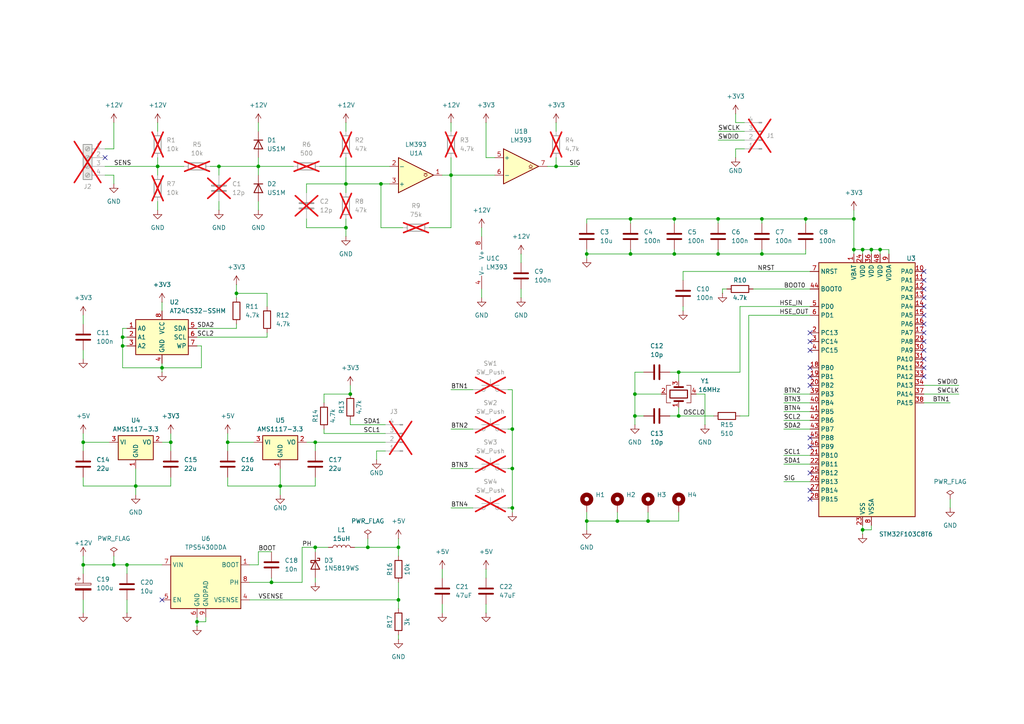
<source format=kicad_sch>
(kicad_sch (version 20231120) (generator "eeschema") (generator_version "8.0")
  (paper "A4")
  (junction (at 196.85 120.65))
  (junction (at 115.57 173.99))
  (junction (at 247.65 72.39))
  (junction (at 233.68 63.5))
  (junction (at 130.81 50.8))
  (junction (at 208.28 63.5))
  (junction (at 250.19 72.39))
  (junction (at 35.56 97.79))
  (junction (at 68.58 85.09))
  (junction (at 208.28 73.66))
  (junction (at 45.72 48.26))
  (junction (at 184.15 114.3))
  (junction (at 247.65 63.5))
  (junction (at 57.15 180.34))
  (junction (at 74.93 48.26))
  (junction (at 161.29 48.26))
  (junction (at 100.33 53.34))
  (junction (at 250.19 153.67))
  (junction (at 78.74 168.91))
  (junction (at 196.85 107.95))
  (junction (at 91.44 128.27))
  (junction (at 255.27 72.39))
  (junction (at 170.18 73.66))
  (junction (at 115.57 158.75))
  (junction (at 187.96 151.13))
  (junction (at 101.6 114.3))
  (junction (at 81.28 140.97))
  (junction (at 100.33 66.04))
  (junction (at 182.88 73.66))
  (junction (at 63.5 48.26))
  (junction (at 220.98 63.5))
  (junction (at 39.37 140.97))
  (junction (at 179.07 151.13))
  (junction (at 148.59 135.89))
  (junction (at 182.88 63.5))
  (junction (at 148.59 147.32))
  (junction (at 33.02 163.83))
  (junction (at 252.73 72.39))
  (junction (at 195.58 73.66))
  (junction (at 46.99 106.68))
  (junction (at 184.15 120.65))
  (junction (at 49.53 128.27))
  (junction (at 91.44 158.75))
  (junction (at 106.68 158.75))
  (junction (at 36.83 163.83))
  (junction (at 220.98 73.66))
  (junction (at 110.49 53.34))
  (junction (at 66.04 128.27))
  (junction (at 35.56 100.33))
  (junction (at 148.59 124.46))
  (junction (at 170.18 151.13))
  (junction (at 195.58 63.5))
  (junction (at 24.13 128.27))
  (junction (at 24.13 163.83))
  (no_connect (at 267.97 81.28))
  (no_connect (at 234.95 99.06))
  (no_connect (at 267.97 83.82))
  (no_connect (at 267.97 104.14))
  (no_connect (at 234.95 142.24))
  (no_connect (at 234.95 144.78))
  (no_connect (at 267.97 99.06))
  (no_connect (at 234.95 111.76))
  (no_connect (at 30.48 45.72))
  (no_connect (at 234.95 109.22))
  (no_connect (at 267.97 101.6))
  (no_connect (at 46.99 173.99))
  (no_connect (at 267.97 86.36))
  (no_connect (at 267.97 106.68))
  (no_connect (at 234.95 129.54))
  (no_connect (at 267.97 78.74))
  (no_connect (at 267.97 109.22))
  (no_connect (at 234.95 137.16))
  (no_connect (at 267.97 91.44))
  (no_connect (at 234.95 101.6))
  (no_connect (at 267.97 96.52))
  (no_connect (at 234.95 106.68))
  (no_connect (at 267.97 88.9))
  (no_connect (at 234.95 96.52))
  (no_connect (at 267.97 93.98))
  (no_connect (at 234.95 127))
  (wire (pts (xy 170.18 151.13) (xy 170.18 153.67)))
  (wire (pts (xy 33.02 50.8) (xy 30.48 50.8)))
  (wire (pts (xy 267.97 116.84) (xy 275.59 116.84)))
  (wire (pts (xy 213.36 45.72) (xy 213.36 43.18)))
  (wire (pts (xy 220.98 73.66) (xy 233.68 73.66)))
  (wire (pts (xy 179.07 151.13) (xy 187.96 151.13)))
  (wire (pts (xy 151.13 83.82) (xy 151.13 86.36)))
  (wire (pts (xy 217.17 91.44) (xy 217.17 120.65)))
  (wire (pts (xy 218.44 83.82) (xy 234.95 83.82)))
  (wire (pts (xy 35.56 97.79) (xy 35.56 100.33)))
  (wire (pts (xy 195.58 64.77) (xy 195.58 63.5)))
  (wire (pts (xy 140.97 175.26) (xy 140.97 177.8)))
  (wire (pts (xy 182.88 73.66) (xy 182.88 72.39)))
  (wire (pts (xy 208.28 40.64) (xy 215.9 40.64)))
  (wire (pts (xy 100.33 53.34) (xy 100.33 55.88)))
  (wire (pts (xy 91.44 158.75) (xy 95.25 158.75)))
  (wire (pts (xy 109.22 130.81) (xy 111.76 130.81)))
  (wire (pts (xy 87.63 168.91) (xy 87.63 158.75)))
  (wire (pts (xy 187.96 151.13) (xy 187.96 148.59)))
  (wire (pts (xy 57.15 180.34) (xy 59.69 180.34)))
  (wire (pts (xy 213.36 33.02) (xy 213.36 35.56)))
  (wire (pts (xy 148.59 113.03) (xy 147.32 113.03)))
  (wire (pts (xy 250.19 153.67) (xy 250.19 154.94)))
  (wire (pts (xy 74.93 160.02) (xy 78.74 160.02)))
  (wire (pts (xy 187.96 151.13) (xy 196.85 151.13)))
  (wire (pts (xy 227.33 132.08) (xy 234.95 132.08)))
  (wire (pts (xy 93.98 114.3) (xy 101.6 114.3)))
  (wire (pts (xy 106.68 156.21) (xy 106.68 158.75)))
  (wire (pts (xy 130.81 66.04) (xy 130.81 50.8)))
  (wire (pts (xy 111.76 123.19) (xy 101.6 123.19)))
  (wire (pts (xy 208.28 63.5) (xy 220.98 63.5)))
  (wire (pts (xy 77.47 97.79) (xy 57.15 97.79)))
  (wire (pts (xy 24.13 128.27) (xy 31.75 128.27)))
  (wire (pts (xy 247.65 72.39) (xy 250.19 72.39)))
  (wire (pts (xy 45.72 48.26) (xy 45.72 50.8)))
  (wire (pts (xy 39.37 140.97) (xy 24.13 140.97)))
  (wire (pts (xy 148.59 124.46) (xy 147.32 124.46)))
  (wire (pts (xy 49.53 130.81) (xy 49.53 128.27)))
  (wire (pts (xy 214.63 120.65) (xy 217.17 120.65)))
  (wire (pts (xy 35.56 100.33) (xy 35.56 106.68)))
  (wire (pts (xy 35.56 97.79) (xy 36.83 97.79)))
  (wire (pts (xy 81.28 140.97) (xy 81.28 143.51)))
  (wire (pts (xy 196.85 110.49) (xy 196.85 107.95)))
  (wire (pts (xy 87.63 158.75) (xy 91.44 158.75)))
  (wire (pts (xy 161.29 48.26) (xy 158.75 48.26)))
  (wire (pts (xy 101.6 123.19) (xy 101.6 121.92)))
  (wire (pts (xy 49.53 140.97) (xy 39.37 140.97)))
  (wire (pts (xy 233.68 63.5) (xy 247.65 63.5)))
  (wire (pts (xy 100.33 63.5) (xy 100.33 66.04)))
  (wire (pts (xy 68.58 82.55) (xy 68.58 85.09)))
  (wire (pts (xy 49.53 128.27) (xy 46.99 128.27)))
  (wire (pts (xy 77.47 85.09) (xy 68.58 85.09)))
  (wire (pts (xy 66.04 130.81) (xy 66.04 128.27)))
  (wire (pts (xy 45.72 35.56) (xy 45.72 38.1)))
  (wire (pts (xy 92.71 48.26) (xy 113.03 48.26)))
  (wire (pts (xy 227.33 134.62) (xy 234.95 134.62)))
  (wire (pts (xy 24.13 125.73) (xy 24.13 128.27)))
  (wire (pts (xy 74.93 35.56) (xy 74.93 38.1)))
  (wire (pts (xy 30.48 48.26) (xy 45.72 48.26)))
  (wire (pts (xy 24.13 91.44) (xy 24.13 93.98)))
  (wire (pts (xy 198.12 78.74) (xy 234.95 78.74)))
  (wire (pts (xy 57.15 100.33) (xy 58.42 100.33)))
  (wire (pts (xy 46.99 87.63) (xy 46.99 90.17)))
  (wire (pts (xy 35.56 95.25) (xy 35.56 97.79)))
  (wire (pts (xy 91.44 160.02) (xy 91.44 158.75)))
  (wire (pts (xy 115.57 173.99) (xy 115.57 168.91)))
  (wire (pts (xy 68.58 95.25) (xy 57.15 95.25)))
  (wire (pts (xy 45.72 48.26) (xy 53.34 48.26)))
  (wire (pts (xy 33.02 163.83) (xy 36.83 163.83)))
  (wire (pts (xy 195.58 63.5) (xy 208.28 63.5)))
  (wire (pts (xy 58.42 106.68) (xy 46.99 106.68)))
  (wire (pts (xy 170.18 72.39) (xy 170.18 73.66)))
  (wire (pts (xy 68.58 93.98) (xy 68.58 95.25)))
  (wire (pts (xy 74.93 45.72) (xy 74.93 48.26)))
  (wire (pts (xy 247.65 60.96) (xy 247.65 63.5)))
  (wire (pts (xy 252.73 72.39) (xy 252.73 73.66)))
  (wire (pts (xy 72.39 173.99) (xy 115.57 173.99)))
  (wire (pts (xy 36.83 173.99) (xy 36.83 177.8)))
  (wire (pts (xy 91.44 167.64) (xy 91.44 168.91)))
  (wire (pts (xy 214.63 88.9) (xy 234.95 88.9)))
  (wire (pts (xy 182.88 63.5) (xy 195.58 63.5)))
  (wire (pts (xy 115.57 184.15) (xy 115.57 185.42)))
  (wire (pts (xy 124.46 66.04) (xy 130.81 66.04)))
  (wire (pts (xy 227.33 124.46) (xy 234.95 124.46)))
  (wire (pts (xy 88.9 66.04) (xy 88.9 63.5)))
  (wire (pts (xy 227.33 139.7) (xy 234.95 139.7)))
  (wire (pts (xy 148.59 135.89) (xy 148.59 147.32)))
  (wire (pts (xy 140.97 165.1) (xy 140.97 167.64)))
  (wire (pts (xy 109.22 130.81) (xy 109.22 133.35)))
  (wire (pts (xy 170.18 148.59) (xy 170.18 151.13)))
  (wire (pts (xy 182.88 64.77) (xy 182.88 63.5)))
  (wire (pts (xy 233.68 73.66) (xy 233.68 72.39)))
  (wire (pts (xy 196.85 107.95) (xy 194.31 107.95)))
  (wire (pts (xy 196.85 120.65) (xy 207.01 120.65)))
  (wire (pts (xy 59.69 180.34) (xy 59.69 179.07)))
  (wire (pts (xy 247.65 63.5) (xy 247.65 72.39)))
  (wire (pts (xy 208.28 72.39) (xy 208.28 73.66)))
  (wire (pts (xy 88.9 66.04) (xy 100.33 66.04)))
  (wire (pts (xy 66.04 140.97) (xy 81.28 140.97)))
  (wire (pts (xy 49.53 125.73) (xy 49.53 128.27)))
  (wire (pts (xy 106.68 158.75) (xy 115.57 158.75)))
  (wire (pts (xy 24.13 130.81) (xy 24.13 128.27)))
  (wire (pts (xy 179.07 151.13) (xy 179.07 148.59)))
  (wire (pts (xy 91.44 128.27) (xy 111.76 128.27)))
  (wire (pts (xy 78.74 168.91) (xy 78.74 167.64)))
  (wire (pts (xy 182.88 73.66) (xy 195.58 73.66)))
  (wire (pts (xy 24.13 161.29) (xy 24.13 163.83)))
  (wire (pts (xy 151.13 73.66) (xy 151.13 76.2)))
  (wire (pts (xy 101.6 111.76) (xy 101.6 114.3)))
  (wire (pts (xy 227.33 114.3) (xy 234.95 114.3)))
  (wire (pts (xy 128.27 175.26) (xy 128.27 177.8)))
  (wire (pts (xy 93.98 124.46) (xy 93.98 125.73)))
  (wire (pts (xy 250.19 72.39) (xy 252.73 72.39)))
  (wire (pts (xy 66.04 138.43) (xy 66.04 140.97)))
  (wire (pts (xy 128.27 165.1) (xy 128.27 167.64)))
  (wire (pts (xy 217.17 91.44) (xy 234.95 91.44)))
  (wire (pts (xy 68.58 85.09) (xy 68.58 86.36)))
  (wire (pts (xy 198.12 88.9) (xy 198.12 90.17)))
  (wire (pts (xy 93.98 116.84) (xy 93.98 114.3)))
  (wire (pts (xy 81.28 135.89) (xy 81.28 140.97)))
  (wire (pts (xy 36.83 163.83) (xy 46.99 163.83)))
  (wire (pts (xy 198.12 81.28) (xy 198.12 78.74)))
  (wire (pts (xy 209.55 83.82) (xy 209.55 85.09)))
  (wire (pts (xy 128.27 50.8) (xy 130.81 50.8)))
  (wire (pts (xy 267.97 114.3) (xy 278.13 114.3)))
  (wire (pts (xy 72.39 168.91) (xy 78.74 168.91)))
  (wire (pts (xy 63.5 58.42) (xy 63.5 60.96)))
  (wire (pts (xy 139.7 83.82) (xy 139.7 86.36)))
  (wire (pts (xy 161.29 48.26) (xy 167.64 48.26)))
  (wire (pts (xy 57.15 180.34) (xy 57.15 181.61)))
  (wire (pts (xy 100.33 66.04) (xy 100.33 68.58)))
  (wire (pts (xy 220.98 63.5) (xy 233.68 63.5)))
  (wire (pts (xy 24.13 173.99) (xy 24.13 177.8)))
  (wire (pts (xy 130.81 50.8) (xy 143.51 50.8)))
  (wire (pts (xy 130.81 135.89) (xy 137.16 135.89)))
  (wire (pts (xy 233.68 64.77) (xy 233.68 63.5)))
  (wire (pts (xy 196.85 120.65) (xy 194.31 120.65)))
  (wire (pts (xy 74.93 58.42) (xy 74.93 60.96)))
  (wire (pts (xy 33.02 43.18) (xy 30.48 43.18)))
  (wire (pts (xy 250.19 72.39) (xy 250.19 73.66)))
  (wire (pts (xy 35.56 100.33) (xy 36.83 100.33)))
  (wire (pts (xy 196.85 151.13) (xy 196.85 148.59)))
  (wire (pts (xy 72.39 163.83) (xy 74.93 163.83)))
  (wire (pts (xy 148.59 124.46) (xy 148.59 135.89)))
  (wire (pts (xy 88.9 53.34) (xy 100.33 53.34)))
  (wire (pts (xy 140.97 45.72) (xy 143.51 45.72)))
  (wire (pts (xy 113.03 53.34) (xy 110.49 53.34)))
  (wire (pts (xy 220.98 64.77) (xy 220.98 63.5)))
  (wire (pts (xy 36.83 95.25) (xy 35.56 95.25)))
  (wire (pts (xy 39.37 135.89) (xy 39.37 140.97)))
  (wire (pts (xy 170.18 74.93) (xy 170.18 73.66)))
  (wire (pts (xy 184.15 114.3) (xy 184.15 107.95)))
  (wire (pts (xy 45.72 58.42) (xy 45.72 60.96)))
  (wire (pts (xy 255.27 72.39) (xy 255.27 73.66)))
  (wire (pts (xy 250.19 153.67) (xy 252.73 153.67)))
  (wire (pts (xy 170.18 151.13) (xy 179.07 151.13)))
  (wire (pts (xy 115.57 156.21) (xy 115.57 158.75)))
  (wire (pts (xy 170.18 64.77) (xy 170.18 63.5)))
  (wire (pts (xy 77.47 96.52) (xy 77.47 97.79)))
  (wire (pts (xy 252.73 153.67) (xy 252.73 152.4)))
  (wire (pts (xy 275.59 144.78) (xy 275.59 147.32)))
  (wire (pts (xy 35.56 106.68) (xy 46.99 106.68)))
  (wire (pts (xy 184.15 107.95) (xy 186.69 107.95)))
  (wire (pts (xy 74.93 163.83) (xy 74.93 160.02)))
  (wire (pts (xy 74.93 48.26) (xy 85.09 48.26)))
  (wire (pts (xy 213.36 43.18) (xy 215.9 43.18)))
  (wire (pts (xy 100.33 35.56) (xy 100.33 38.1)))
  (wire (pts (xy 91.44 128.27) (xy 91.44 130.81)))
  (wire (pts (xy 66.04 128.27) (xy 73.66 128.27)))
  (wire (pts (xy 148.59 135.89) (xy 147.32 135.89)))
  (wire (pts (xy 33.02 161.29) (xy 33.02 163.83)))
  (wire (pts (xy 170.18 73.66) (xy 182.88 73.66)))
  (wire (pts (xy 250.19 153.67) (xy 250.19 152.4)))
  (wire (pts (xy 130.81 147.32) (xy 137.16 147.32)))
  (wire (pts (xy 140.97 35.56) (xy 140.97 45.72)))
  (wire (pts (xy 102.87 158.75) (xy 106.68 158.75)))
  (wire (pts (xy 39.37 140.97) (xy 39.37 143.51)))
  (wire (pts (xy 88.9 55.88) (xy 88.9 53.34)))
  (wire (pts (xy 184.15 123.19) (xy 184.15 120.65)))
  (wire (pts (xy 115.57 158.75) (xy 115.57 161.29)))
  (wire (pts (xy 91.44 140.97) (xy 81.28 140.97)))
  (wire (pts (xy 208.28 38.1) (xy 215.9 38.1)))
  (wire (pts (xy 130.81 113.03) (xy 137.16 113.03)))
  (wire (pts (xy 130.81 35.56) (xy 130.81 38.1)))
  (wire (pts (xy 161.29 35.56) (xy 161.29 38.1)))
  (wire (pts (xy 214.63 107.95) (xy 214.63 88.9)))
  (wire (pts (xy 213.36 35.56) (xy 215.9 35.56)))
  (wire (pts (xy 170.18 63.5) (xy 182.88 63.5)))
  (wire (pts (xy 196.85 107.95) (xy 214.63 107.95)))
  (wire (pts (xy 257.81 72.39) (xy 257.81 73.66)))
  (wire (pts (xy 49.53 138.43) (xy 49.53 140.97)))
  (wire (pts (xy 66.04 125.73) (xy 66.04 128.27)))
  (wire (pts (xy 115.57 173.99) (xy 115.57 176.53)))
  (wire (pts (xy 184.15 120.65) (xy 184.15 114.3)))
  (wire (pts (xy 255.27 72.39) (xy 257.81 72.39)))
  (wire (pts (xy 130.81 124.46) (xy 137.16 124.46)))
  (wire (pts (xy 46.99 106.68) (xy 46.99 107.95)))
  (wire (pts (xy 161.29 45.72) (xy 161.29 48.26)))
  (wire (pts (xy 195.58 73.66) (xy 208.28 73.66)))
  (wire (pts (xy 63.5 48.26) (xy 74.93 48.26)))
  (wire (pts (xy 204.47 114.3) (xy 204.47 123.19)))
  (wire (pts (xy 78.74 168.91) (xy 87.63 168.91)))
  (wire (pts (xy 46.99 105.41) (xy 46.99 106.68)))
  (wire (pts (xy 100.33 53.34) (xy 100.33 45.72)))
  (wire (pts (xy 208.28 73.66) (xy 220.98 73.66)))
  (wire (pts (xy 148.59 147.32) (xy 147.32 147.32)))
  (wire (pts (xy 227.33 121.92) (xy 234.95 121.92)))
  (wire (pts (xy 210.82 83.82) (xy 209.55 83.82)))
  (wire (pts (xy 45.72 45.72) (xy 45.72 48.26)))
  (wire (pts (xy 24.13 101.6) (xy 24.13 104.14)))
  (wire (pts (xy 247.65 72.39) (xy 247.65 73.66)))
  (wire (pts (xy 208.28 64.77) (xy 208.28 63.5)))
  (wire (pts (xy 139.7 66.04) (xy 139.7 68.58)))
  (wire (pts (xy 36.83 163.83) (xy 36.83 166.37)))
  (wire (pts (xy 91.44 138.43) (xy 91.44 140.97)))
  (wire (pts (xy 110.49 66.04) (xy 116.84 66.04)))
  (wire (pts (xy 227.33 119.38) (xy 234.95 119.38)))
  (wire (pts (xy 58.42 100.33) (xy 58.42 106.68)))
  (wire (pts (xy 130.81 50.8) (xy 130.81 45.72)))
  (wire (pts (xy 24.13 163.83) (xy 33.02 163.83)))
  (wire (pts (xy 77.47 88.9) (xy 77.47 85.09)))
  (wire (pts (xy 227.33 116.84) (xy 234.95 116.84)))
  (wire (pts (xy 195.58 72.39) (xy 195.58 73.66)))
  (wire (pts (xy 33.02 53.34) (xy 33.02 50.8)))
  (wire (pts (xy 110.49 53.34) (xy 110.49 66.04)))
  (wire (pts (xy 220.98 72.39) (xy 220.98 73.66)))
  (wire (pts (xy 204.47 114.3) (xy 201.93 114.3)))
  (wire (pts (xy 267.97 111.76) (xy 278.13 111.76)))
  (wire (pts (xy 184.15 120.65) (xy 186.69 120.65)))
  (wire (pts (xy 63.5 48.26) (xy 63.5 50.8)))
  (wire (pts (xy 88.9 128.27) (xy 91.44 128.27)))
  (wire (pts (xy 148.59 147.32) (xy 148.59 148.59)))
  (wire (pts (xy 148.59 113.03) (xy 148.59 124.46)))
  (wire (pts (xy 60.96 48.26) (xy 63.5 48.26)))
  (wire (pts (xy 252.73 72.39) (xy 255.27 72.39)))
  (wire (pts (xy 184.15 114.3) (xy 191.77 114.3)))
  (wire (pts (xy 100.33 53.34) (xy 110.49 53.34)))
  (wire (pts (xy 24.13 163.83) (xy 24.13 166.37)))
  (wire (pts (xy 74.93 48.26) (xy 74.93 50.8)))
  (wire (pts (xy 196.85 118.11) (xy 196.85 120.65)))
  (wire (pts (xy 33.02 35.56) (xy 33.02 43.18)))
  (wire (pts (xy 93.98 125.73) (xy 111.76 125.73)))
  (wire (pts (xy 57.15 179.07) (xy 57.15 180.34)))
  (wire (pts (xy 24.13 140.97) (xy 24.13 138.43)))
  (label "SIG" (at 165.1 48.26 0))
  (label "BTN2" (at 130.81 124.46 0))
  (label "BOOT0" (at 227.33 83.82 0))
  (label "SENS" (at 33.02 48.26 0))
  (label "SWDIO" (at 271.78 111.76 0))
  (label "SDA2" (at 227.33 124.46 0))
  (label "PH" (at 87.63 158.75 0))
  (label "HSE_OUT" (at 226.06 91.44 0))
  (label "SCL1" (at 227.33 132.08 0))
  (label "SDA1" (at 227.33 134.62 0))
  (label "BTN3" (at 227.33 116.84 0))
  (label "BOOT" (at 74.93 160.02 0))
  (label "SCL1" (at 105.41 125.73 0))
  (label "OSCLO" (at 198.12 120.65 0))
  (label "HSE_IN" (at 226.06 88.9 0))
  (label "SWCLK" (at 271.78 114.3 0))
  (label "BTN3" (at 130.81 135.89 0))
  (label "BTN4" (at 227.33 119.38 0))
  (label "NRST" (at 219.71 78.74 0))
  (label "SIG" (at 227.33 139.7 0))
  (label "BTN1" (at 130.81 113.03 0))
  (label "SDA1" (at 105.41 123.19 0))
  (label "VSENSE" (at 74.93 173.99 0))
  (label "SCL2" (at 227.33 121.92 0))
  (label "BTN1" (at 270.51 116.84 0))
  (label "SWDIO" (at 208.28 40.64 0))
  (label "SCL2" (at 57.15 97.79 0))
  (label "SDA2" (at 57.15 95.25 0))
  (label "SWCLK" (at 208.28 38.1 0))
  (label "BTN4" (at 130.81 147.32 0))
  (label "BTN2" (at 227.33 114.3 0))
  (symbol (lib_id "power:+5V") (at 66.04 125.73 0) (unit 1)
    (property "Reference" "#PWR033" (effects (hide yes)))
    (property "Value" "+5V" (at 66.04 120.65 0))
    (property "Description" "Power symbol creates a global label with name \"+5V\"" (effects (hide yes)))
  )
  (symbol (lib_id "power:+5V") (at 128.27 165.1 0) (unit 1)
    (property "Reference" "#PWR042" (effects (hide yes)))
    (property "Value" "+5V" (at 128.27 160.02 0))
    (property "Description" "Power symbol creates a global label with name \"+5V\"" (effects (hide yes)))
  )
  (symbol (lib_id "power:PWR_FLAG") (at 106.68 156.21 0) (unit 1)
    (property "Reference" "#FLG02" (effects (hide yes)))
    (property "Value" "PWR_FLAG" (at 106.68 151.13 0))
    (property "Description" "Special symbol for telling ERC where power comes from" (effects (hide yes)))
  )
  (symbol (lib_id "power:+12V") (at 151.13 73.66 0) (unit 1)
    (property "Reference" "#PWR017" (effects (hide yes)))
    (property "Value" "+12V" (at 151.13 68.58 0))
    (property "Description" "Power symbol creates a global label with name \"+12V\"" (effects (hide yes)))
  )
  (symbol (lib_id "Device:R") (at 214.63 83.82 90) (unit 1)
    (property "Reference" "R10" (at 214.63 81.28 90))
    (property "Value" "4.7k" (at 214.63 86.36 90))
    (property "Footprint" "Resistor_SMD:R_0402_1005Metric" (effects (hide yes)))
    (property "LCSC" "C25900" (effects (hide yes)))
  )
  (symbol (lib_name "GND_3") (lib_id "power:GND") (at 74.93 60.96 0) (unit 1)
    (property "Reference" "#PWR013" (effects (hide yes)))
    (property "Value" "GND" (at 74.93 66.04 0))
    (property "Description" "Power symbol creates a global label with name \"GND\" , ground" (effects (hide yes)))
  )
  (symbol (lib_id "Device:R") (at 88.9 48.26 90) (unit 1) (dnp yes)
    (property "Reference" "R6" (at 88.9 41.91 90))
    (property "Value" "500" (at 88.9 44.45 90))
    (property "Footprint" "Resistor_THT:R_Axial_DIN0207_L6.3mm_D2.5mm_P10.16mm_Horizontal" (effects (hide yes)))
    (property "LCSC" "C17902" (effects (hide yes)))
  )
  (symbol (lib_name "GND_21") (lib_id "power:GND") (at 36.83 177.8 0) (unit 1)
    (property "Reference" "#PWR046" (effects (hide yes)))
    (property "Value" "GND" (effects (hide yes)))
    (property "Description" "Power symbol creates a global label with name \"GND\" , ground" (effects (hide yes)))
  )
  (symbol (lib_id "Device:R") (at 161.29 41.91 0) (unit 1) (dnp yes)
    (property "Reference" "R4" (at 163.83 40.64 0) (effects (justify left)))
    (property "Value" "4.7k" (at 163.83 43.18 0) (effects (justify left)))
    (property "Footprint" "Resistor_THT:R_Axial_DIN0207_L6.3mm_D2.5mm_P10.16mm_Horizontal" (effects (hide yes)))
  )
  (symbol (lib_name "GND_20") (lib_id "power:GND") (at 170.18 74.93 0) (unit 1)
    (property "Reference" "#PWR018" (effects (hide yes)))
    (property "Value" "GND" (effects (hide yes)))
    (property "Description" "Power symbol creates a global label with name \"GND\" , ground" (effects (hide yes)))
  )
  (symbol (lib_id "Mechanical:MountingHole_Pad") (at 179.07 146.05 0) (unit 1) (exclude_from_sim yes) (in_bom no)
    (property "Reference" "H2" (at 181.61 143.5099 0) (effects (justify left)))
    (property "Value" "MountingHole_Pad" (effects (hide yes)))
    (property "Footprint" "MountingHole:MountingHole_3.2mm_M3_DIN965_Pad" (effects (hide yes)))
    (property "Description" "Mounting Hole with connection" (effects (hide yes)))
  )
  (symbol (lib_id "Device:C") (at 36.83 170.18 0) (unit 1)
    (property "Reference" "C20" (at 40.64 168.91 0) (effects (justify left)))
    (property "Value" "10u" (at 40.64 171.45 0) (effects (justify left)))
    (property "Footprint" "Capacitor_SMD:C_0805_2012Metric" (effects (hide yes)))
  )
  (symbol (lib_id "Device:C") (at 220.98 68.58 0) (unit 1)
    (property "Reference" "C7" (at 224.79 67.31 0) (effects (justify left)))
    (property "Value" "100n" (at 224.79 69.85 0) (effects (justify left)))
    (property "Footprint" "Capacitor_SMD:C_0402_1005Metric" (effects (hide yes)))
  )
  (symbol (lib_name "GND_29") (lib_id "power:GND") (at 148.59 148.59 0) (unit 1)
    (property "Reference" "#PWR038" (effects (hide yes)))
    (property "Value" "GND" (effects (hide yes)))
    (property "Description" "Power symbol creates a global label with name \"GND\" , ground" (effects (hide yes)))
  )
  (symbol (lib_id "Connector:Conn_01x04_Pin") (at 116.84 128.27 180) (unit 1) (dnp yes)
    (property "Reference" "J3" (at 113.03 119.38 0) (effects (justify right)))
    (property "Value" "Conn_01x04_Pin" (effects (hide yes)))
    (property "Footprint" "Connector_PinHeader_2.54mm:PinHeader_1x04_P2.54mm_Vertical" (effects (hide yes)))
  )
  (symbol (lib_id "power:+5V") (at 115.57 156.21 0) (unit 1)
    (property "Reference" "#PWR040" (effects (hide yes)))
    (property "Value" "+5V" (at 115.57 151.13 0))
    (property "Description" "Power symbol creates a global label with name \"+5V\"" (effects (hide yes)))
  )
  (symbol (lib_id "Switch:SW_Push") (at 142.24 135.89 0) (unit 1) (dnp yes)
    (property "Reference" "SW3" (at 142.24 128.27 0))
    (property "Value" "SW_Push" (at 142.24 130.81 0))
    (property "Footprint" "Button_Switch_THT:SW_PUSH_6mm" (effects (hide yes)))
  )
  (symbol (lib_id "Comparator:LM393") (at 151.13 48.26 0) (unit 2)
    (property "Reference" "U1" (at 151.13 38.1 0))
    (property "Value" "LM393" (at 151.13 40.64 0))
    (property "Footprint" "Package_SO:SOIC-8_3.9x4.9mm_P1.27mm" (effects (hide yes)))
    (property "Datasheet" "http://www.ti.com/lit/ds/symlink/lm393.pdf" (effects (hide yes)))
    (property "LCSC" "C7955" (effects (hide yes)))
  )
  (symbol (lib_id "Comparator:LM393") (at 142.24 76.2 0) (unit 3)
    (property "Reference" "U1" (at 140.97 74.93 0) (effects (justify left)))
    (property "Value" "LM393" (at 140.97 77.47 0) (effects (justify left)))
    (property "Footprint" "Package_SO:SOIC-8_3.9x4.9mm_P1.27mm" (effects (hide yes)))
    (property "Datasheet" "http://www.ti.com/lit/ds/symlink/lm393.pdf" (effects (hide yes)))
    (property "LCSC" "C7955" (effects (hide yes)))
  )
  (symbol (lib_id "power:+3.3V") (at 68.58 82.55 0) (unit 1)
    (property "Reference" "#PWR019" (effects (hide yes)))
    (property "Value" "+3V3" (at 68.58 77.47 0))
    (property "Description" "Power symbol creates a global label with name \"+3.3V\"" (effects (hide yes)))
  )
  (symbol (lib_id "MCU_ST_STM32F1:STM32F103C8Tx") (at 250.19 114.3 0) (unit 1)
    (property "Reference" "U3" (at 262.89 74.93 0) (effects (justify left)))
    (property "Value" "STM32F103C8T6" (at 254.9241 154.94 0) (effects (justify left)))
    (property "Footprint" "Package_QFP:LQFP-48_7x7mm_P0.5mm" (effects (hide yes)))
    (property "Datasheet" "https://www.st.com/resource/en/datasheet/stm32f103c8.pdf" (effects (hide yes)))
    (property "Description" "STMicroelectronics Arm Cortex-M3 MCU, 64KB flash, 20KB RAM, 72 MHz, 2.0-3.6V, 37 GPIO, LQFP48" (effects (hide yes)))
    (property "LCSC" "C8734" (effects (hide yes)))
  )
  (symbol (lib_name "GND_1") (lib_id "power:GND") (at 91.44 168.91 0) (unit 1)
    (property "Reference" "#PWR044" (effects (hide yes)))
    (property "Value" "GND" (effects (hide yes)))
    (property "Description" "Power symbol creates a global label with name \"GND\" , ground" (effects (hide yes)))
  )
  (symbol (lib_name "GND_8") (lib_id "power:GND") (at 57.15 181.61 0) (unit 1)
    (property "Reference" "#PWR049" (effects (hide yes)))
    (property "Value" "GND" (effects (hide yes)))
    (property "Description" "Power symbol creates a global label with name \"GND\" , ground" (effects (hide yes)))
  )
  (symbol (lib_id "Mechanical:MountingHole_Pad") (at 170.18 146.05 0) (unit 1) (exclude_from_sim yes) (in_bom no)
    (property "Reference" "H1" (at 172.72 143.5099 0) (effects (justify left)))
    (property "Value" "MountingHole_Pad" (effects (hide yes)))
    (property "Footprint" "MountingHole:MountingHole_3.2mm_M3_DIN965_Pad" (effects (hide yes)))
    (property "Description" "Mounting Hole with connection" (effects (hide yes)))
  )
  (symbol (lib_id "Device:C") (at 66.04 134.62 0) (unit 1)
    (property "Reference" "C16" (at 69.85 133.35 0) (effects (justify left)))
    (property "Value" "22u" (at 69.85 135.89 0) (effects (justify left)))
    (property "Footprint" "Capacitor_SMD:C_0805_2012Metric" (effects (hide yes)))
  )
  (symbol (lib_id "power:+12V") (at 24.13 161.29 0) (unit 1)
    (property "Reference" "#PWR041" (effects (hide yes)))
    (property "Value" "+12V" (at 24.13 157.48 0))
    (property "Description" "Power symbol creates a global label with name \"+12V\"" (effects (hide yes)))
  )
  (symbol (lib_id "Device:R") (at 100.33 41.91 0) (unit 1) (dnp yes)
    (property "Reference" "R2" (at 102.87 40.64 0) (effects (justify left)))
    (property "Value" "47k" (at 102.87 43.18 0) (effects (justify left)))
    (property "Footprint" "Resistor_THT:R_Axial_DIN0207_L6.3mm_D2.5mm_P10.16mm_Horizontal" (effects (hide yes)))
    (property "LCSC" "C25792" (effects (hide yes)))
  )
  (symbol (lib_id "Device:C") (at 88.9 59.69 0) (unit 1) (dnp yes)
    (property "Reference" "C2" (at 92.71 58.42 0) (effects (justify left)))
    (property "Value" "12p" (at 92.71 60.96 0) (effects (justify left)))
    (property "Footprint" "Capacitor_THT:C_Disc_D5.0mm_W2.5mm_P5.00mm" (effects (hide yes)))
  )
  (symbol (lib_id "Switch:SW_Push") (at 142.24 113.03 0) (unit 1) (dnp yes)
    (property "Reference" "SW1" (at 142.24 105.41 0))
    (property "Value" "SW_Push" (at 142.24 107.95 0))
    (property "Footprint" "Button_Switch_THT:SW_PUSH_6mm" (effects (hide yes)))
  )
  (symbol (lib_name "GND_9") (lib_id "power:GND") (at 250.19 154.94 0) (unit 1)
    (property "Reference" "#PWR039" (effects (hide yes)))
    (property "Value" "GND" (effects (hide yes)))
    (property "Description" "Power symbol creates a global label with name \"GND\" , ground" (effects (hide yes)))
  )
  (symbol (lib_name "GND_16") (lib_id "power:GND") (at 115.57 185.42 0) (unit 1)
    (property "Reference" "#PWR050" (effects (hide yes)))
    (property "Value" "GND" (at 115.57 190.5 0))
    (property "Description" "Power symbol creates a global label with name \"GND\" , ground" (effects (hide yes)))
  )
  (symbol (lib_id "power:+3.3V") (at 213.36 33.02 0) (unit 1)
    (property "Reference" "#PWR01" (effects (hide yes)))
    (property "Value" "+3V3" (at 213.36 27.94 0))
    (property "Description" "Power symbol creates a global label with name \"+3.3V\"" (effects (hide yes)))
  )
  (symbol (lib_name "GND_2") (lib_id "power:GND") (at 33.02 53.34 0) (unit 1)
    (property "Reference" "#PWR010" (effects (hide yes)))
    (property "Value" "GND" (at 33.02 58.42 0))
    (property "Description" "Power symbol creates a global label with name \"GND\" , ground" (effects (hide yes)))
  )
  (symbol (lib_id "power:GND") (at 170.18 153.67 0) (unit 1)
    (property "Reference" "#PWR051" (effects (hide yes)))
    (property "Value" "GND" (at 170.18 158.75 0))
    (property "Description" "Power symbol creates a global label with name \"GND\" , ground" (effects (hide yes)))
  )
  (symbol (lib_id "power:+12V") (at 139.7 66.04 0) (unit 1)
    (property "Reference" "#PWR015" (effects (hide yes)))
    (property "Value" "+12V" (at 139.7 60.96 0))
    (property "Description" "Power symbol creates a global label with name \"+12V\"" (effects (hide yes)))
  )
  (symbol (lib_name "GND_5") (lib_id "power:GND") (at 151.13 86.36 0) (unit 1)
    (property "Reference" "#PWR022" (effects (hide yes)))
    (property "Value" "GND" (at 151.13 91.44 0))
    (property "Description" "Power symbol creates a global label with name \"GND\" , ground" (effects (hide yes)))
  )
  (symbol (lib_id "Device:C") (at 91.44 134.62 0) (unit 1)
    (property "Reference" "C17" (at 95.25 133.35 0) (effects (justify left)))
    (property "Value" "22u" (at 95.25 135.89 0) (effects (justify left)))
    (property "Footprint" "Capacitor_SMD:C_0805_2012Metric" (effects (hide yes)))
  )
  (symbol (lib_id "Switch:SW_Push") (at 142.24 124.46 0) (unit 1) (dnp yes)
    (property "Reference" "SW2" (at 142.24 116.84 0))
    (property "Value" "SW_Push" (at 142.24 119.38 0))
    (property "Footprint" "Button_Switch_THT:SW_PUSH_6mm" (effects (hide yes)))
  )
  (symbol (lib_id "power:+3.3V") (at 101.6 111.76 0) (unit 1)
    (property "Reference" "#PWR028" (effects (hide yes)))
    (property "Value" "+3V3" (at 101.6 106.68 0))
    (property "Description" "Power symbol creates a global label with name \"+3.3V\"" (effects (hide yes)))
  )
  (symbol (lib_id "Diode:1N5819WS") (at 91.44 163.83 270) (unit 1)
    (property "Reference" "D3" (at 93.98 162.56 90) (effects (justify left)))
    (property "Value" "1N5819WS" (at 93.98 164.7825 90) (effects (justify left)))
    (property "Footprint" "Diode_SMD:D_SOD-323" (effects (hide yes)))
    (property "Datasheet" "https://datasheet.lcsc.com/lcsc/2204281430_Guangdong-Hottech-1N5819WS_C191023.pdf" (effects (hide yes)))
  )
  (symbol (lib_id "power:+12V") (at 100.33 35.56 0) (unit 1)
    (property "Reference" "#PWR05" (effects (hide yes)))
    (property "Value" "+12V" (at 100.33 30.48 0))
    (property "Description" "Power symbol creates a global label with name \"+12V\"" (effects (hide yes)))
  )
  (symbol (lib_id "Regulator_Linear:AMS1117-3.3") (at 39.37 128.27 0) (unit 1)
    (property "Reference" "U4" (at 39.37 121.92 0))
    (property "Value" "AMS1117-3.3" (at 39.37 124.46 0))
    (property "Footprint" "Package_TO_SOT_SMD:SOT-223-3_TabPin2" (effects (hide yes)))
    (property "Datasheet" "http://www.advanced-monolithic.com/pdf/ds1117.pdf" (effects (hide yes)))
    (property "Description" "1A Low Dropout regulator, positive, 3.3V fixed output, SOT-223" (effects (hide yes)))
  )
  (symbol (lib_name "GND_28") (lib_id "power:GND") (at 140.97 177.8 0) (unit 1)
    (property "Reference" "#PWR048" (effects (hide yes)))
    (property "Value" "GND" (effects (hide yes)))
    (property "Description" "Power symbol creates a global label with name \"GND\" , ground" (effects (hide yes)))
  )
  (symbol (lib_id "Device:R") (at 115.57 165.1 180) (unit 1)
    (property "Reference" "R16" (at 113.03 165.1 90))
    (property "Value" "10k" (at 118.11 165.1 90))
    (property "Footprint" "Resistor_SMD:R_0402_1005Metric" (effects (hide yes)))
    (property "LCSC" "C25744" (effects (hide yes)))
  )
  (symbol (lib_name "GND_2") (lib_id "power:GND") (at 209.55 85.09 0) (unit 1)
    (property "Reference" "#PWR020" (effects (hide yes)))
    (property "Value" "GND" (effects (hide yes)))
    (property "Description" "Power symbol creates a global label with name \"GND\" , ground" (effects (hide yes)))
  )
  (symbol (lib_id "Mechanical:MountingHole_Pad") (at 196.85 146.05 0) (unit 1) (exclude_from_sim yes) (in_bom no)
    (property "Reference" "H4" (at 199.39 143.5099 0) (effects (justify left)))
    (property "Value" "MountingHole_Pad" (effects (hide yes)))
    (property "Footprint" "MountingHole:MountingHole_3.2mm_M3_DIN965_Pad" (effects (hide yes)))
    (property "Description" "Mounting Hole with connection" (effects (hide yes)))
  )
  (symbol (lib_id "Device:C") (at 151.13 80.01 0) (unit 1)
    (property "Reference" "C9" (at 154.94 78.74 0) (effects (justify left)))
    (property "Value" "100n" (at 154.94 81.28 0) (effects (justify left)))
    (property "Footprint" "Capacitor_SMD:C_0402_1005Metric" (effects (hide yes)))
  )
  (symbol (lib_id "Device:C") (at 195.58 68.58 0) (unit 1)
    (property "Reference" "C5" (at 199.39 67.31 0) (effects (justify left)))
    (property "Value" "100n" (at 199.39 69.85 0) (effects (justify left)))
    (property "Footprint" "Capacitor_SMD:C_0402_1005Metric" (effects (hide yes)))
  )
  (symbol (lib_id "power:+5V") (at 140.97 165.1 0) (unit 1)
    (property "Reference" "#PWR043" (effects (hide yes)))
    (property "Value" "+5V" (at 140.97 160.02 0))
    (property "Description" "Power symbol creates a global label with name \"+5V\"" (effects (hide yes)))
  )
  (symbol (lib_id "power:+3.3V") (at 247.65 60.96 0) (unit 1)
    (property "Reference" "#PWR014" (effects (hide yes)))
    (property "Value" "+3V3" (at 247.65 55.88 0))
    (property "Description" "Power symbol creates a global label with name \"+3.3V\"" (effects (hide yes)))
  )
  (symbol (lib_id "Connector:Screw_Terminal_01x04") (at 25.4 45.72 0) (mirror y) (unit 1) (dnp yes)
    (property "Reference" "J2" (at 25.4 54.102 0))
    (property "Value" "Screw_Terminal_01x04" (effects (hide yes)))
    (property "Footprint" "TerminalBlock:TerminalBlock_bornier-4_P5.08mm" (effects (hide yes)))
    (property "Description" "Generic screw terminal, single row, 01x04, script generated (kicad-library-utils/schlib/autogen/connector/)" (effects (hide yes)))
  )
  (symbol (lib_id "power:+3.3V") (at 46.99 87.63 0) (unit 1)
    (property "Reference" "#PWR023" (effects (hide yes)))
    (property "Value" "+3V3" (at 46.99 82.55 0))
    (property "Description" "Power symbol creates a global label with name \"+3.3V\"" (effects (hide yes)))
  )
  (symbol (lib_name "GND_24") (lib_id "power:GND") (at 128.27 177.8 0) (unit 1)
    (property "Reference" "#PWR047" (effects (hide yes)))
    (property "Value" "GND" (effects (hide yes)))
    (property "Description" "Power symbol creates a global label with name \"GND\" , ground" (effects (hide yes)))
  )
  (symbol (lib_id "power:+12V") (at 130.81 35.56 0) (unit 1)
    (property "Reference" "#PWR06" (effects (hide yes)))
    (property "Value" "+12V" (at 130.81 30.48 0))
    (property "Description" "Power symbol creates a global label with name \"+12V\"" (effects (hide yes)))
  )
  (symbol (lib_id "Device:C") (at 190.5 107.95 90) (unit 1)
    (property "Reference" "C12" (at 190.5 100.33 90))
    (property "Value" "10p" (at 190.5 102.87 90))
    (property "Footprint" "Capacitor_SMD:C_0402_1005Metric" (effects (hide yes)))
  )
  (symbol (lib_name "GND_2") (lib_id "power:GND") (at 39.37 143.51 0) (unit 1)
    (property "Reference" "#PWR035" (effects (hide yes)))
    (property "Value" "GND" (at 39.37 148.59 0))
    (property "Description" "Power symbol creates a global label with name \"GND\" , ground" (effects (hide yes)))
  )
  (symbol (lib_id "power:PWR_FLAG") (at 33.02 161.29 0) (unit 1)
    (property "Reference" "#FLG03" (effects (hide yes)))
    (property "Value" "PWR_FLAG" (at 33.02 156.21 0))
    (property "Description" "Special symbol for telling ERC where power comes from" (effects (hide yes)))
  )
  (symbol (lib_id "Memory_EEPROM:AT24CS32-SSHM") (at 46.99 97.79 0) (unit 1)
    (property "Reference" "U2" (at 49.1841 87.63 0) (effects (justify left)))
    (property "Value" "AT24CS32-SSHM" (at 49.1841 90.17 0) (effects (justify left)))
    (property "Footprint" "Package_SO:SOIC-8_3.9x4.9mm_P1.27mm" (effects (hide yes)))
    (property "Datasheet" "http://ww1.microchip.com/downloads/en/DeviceDoc/Atmel-8869-SEEPROM-AT24CS32-Datasheet.pdf" (effects (hide yes)))
    (property "LCSC" "C6482" (effects (hide yes)))
  )
  (symbol (lib_id "Device:C") (at 24.13 97.79 0) (unit 1)
    (property "Reference" "C11" (at 27.94 96.52 0) (effects (justify left)))
    (property "Value" "100n" (at 27.94 99.06 0) (effects (justify left)))
    (property "Footprint" "Capacitor_SMD:C_0402_1005Metric" (effects (hide yes)))
  )
  (symbol (lib_name "GND_30") (lib_id "power:GND") (at 213.36 45.72 0) (unit 1)
    (property "Reference" "#PWR09" (effects (hide yes)))
    (property "Value" "GND" (at 213.36 49.53 0))
    (property "Description" "Power symbol creates a global label with name \"GND\" , ground" (effects (hide yes)))
  )
  (symbol (lib_id "Device:C") (at 78.74 163.83 0) (unit 1)
    (property "Reference" "C18" (at 82.55 162.56 0) (effects (justify left)))
    (property "Value" "10n" (at 82.55 165.1 0) (effects (justify left)))
    (property "Footprint" "Capacitor_SMD:C_0603_1608Metric" (effects (hide yes)))
  )
  (symbol (lib_id "Device:C") (at 24.13 134.62 0) (unit 1)
    (property "Reference" "C14" (at 27.94 133.3499 0) (effects (justify left)))
    (property "Value" "22u" (at 27.94 135.8899 0) (effects (justify left)))
    (property "Footprint" "Capacitor_SMD:C_0805_2012Metric" (effects (hide yes)))
    (property "Description" "Unpolarized capacitor" (effects (hide yes)))
  )
  (symbol (lib_id "Device:C") (at 198.12 85.09 0) (unit 1)
    (property "Reference" "C10" (at 201.93 83.82 0) (effects (justify left)))
    (property "Value" "100n" (at 201.93 86.36 0) (effects (justify left)))
    (property "Footprint" "Capacitor_SMD:C_0402_1005Metric" (effects (hide yes)))
  )
  (symbol (lib_id "Regulator_Switching:TPS5430DDA") (at 59.69 168.91 0) (unit 1)
    (property "Reference" "U6" (at 59.69 156.21 0))
    (property "Value" "TPS5430DDA" (at 59.69 158.75 0))
    (property "Footprint" "Package_SO:TI_SO-PowerPAD-8_ThermalVias" (effects (hide yes)))
    (property "Datasheet" "http://www.ti.com/lit/ds/symlink/tps5430.pdf" (effects (hide yes)))
    (property "LCSC" "C9864" (effects (hide yes)))
  )
  (symbol (lib_name "GND_1") (lib_id "power:GND") (at 63.5 60.96 0) (unit 1)
    (property "Reference" "#PWR012" (effects (hide yes)))
    (property "Value" "GND" (at 63.5 66.04 0))
    (property "Description" "Power symbol creates a global label with name \"GND\" , ground" (effects (hide yes)))
  )
  (symbol (lib_name "GND_12") (lib_id "power:GND") (at 109.22 133.35 0) (unit 1)
    (property "Reference" "#PWR034" (effects (hide yes)))
    (property "Value" "GND" (at 109.22 137.16 0))
    (property "Description" "Power symbol creates a global label with name \"GND\" , ground" (effects (hide yes)))
  )
  (symbol (lib_id "Device:C") (at 49.53 134.62 0) (unit 1)
    (property "Reference" "C15" (at 53.34 133.3499 0) (effects (justify left)))
    (property "Value" "22u" (at 53.34 135.8899 0) (effects (justify left)))
    (property "Footprint" "Capacitor_SMD:C_0805_2012Metric" (effects (hide yes)))
    (property "Description" "Unpolarized capacitor" (effects (hide yes)))
  )
  (symbol (lib_id "Comparator:LM393") (at 120.65 50.8 0) (mirror x) (unit 1)
    (property "Reference" "U1" (at 120.65 44.45 0))
    (property "Value" "LM393" (at 120.65 41.91 0))
    (property "Footprint" "Package_SO:SOIC-8_3.9x4.9mm_P1.27mm" (effects (hide yes)))
    (property "Datasheet" "http://www.ti.com/lit/ds/symlink/lm393.pdf" (effects (hide yes)))
    (property "LCSC" "C7955" (effects (hide yes)))
  )
  (symbol (lib_id "power:+12V") (at 33.02 35.56 0) (unit 1)
    (property "Reference" "#PWR02" (effects (hide yes)))
    (property "Value" "+12V" (at 33.02 30.48 0))
    (property "Description" "Power symbol creates a global label with name \"+12V\"" (effects (hide yes)))
  )
  (symbol (lib_name "GND_14") (lib_id "power:GND") (at 184.15 123.19 0) (unit 1)
    (property "Reference" "#PWR029" (effects (hide yes)))
    (property "Value" "GND" (at 184.15 128.27 0))
    (property "Description" "Power symbol creates a global label with name \"GND\" , ground" (effects (hide yes)))
  )
  (symbol (lib_name "GND_17") (lib_id "power:GND") (at 24.13 104.14 0) (unit 1)
    (property "Reference" "#PWR026" (effects (hide yes)))
    (property "Value" "GND" (effects (hide yes)))
    (property "Description" "Power symbol creates a global label with name \"GND\" , ground" (effects (hide yes)))
  )
  (symbol (lib_id "Device:R") (at 68.58 90.17 0) (unit 1)
    (property "Reference" "R11" (at 71.12 88.9 0) (effects (justify left)))
    (property "Value" "4.7k" (at 71.12 91.44 0) (effects (justify left)))
    (property "Footprint" "Resistor_SMD:R_0402_1005Metric" (effects (hide yes)))
    (property "LCSC" "C25900" (effects (hide yes)))
  )
  (symbol (lib_id "power:+12V") (at 74.93 35.56 0) (unit 1)
    (property "Reference" "#PWR04" (effects (hide yes)))
    (property "Value" "+12V" (at 74.93 30.48 0))
    (property "Description" "Power symbol creates a global label with name \"+12V\"" (effects (hide yes)))
  )
  (symbol (lib_id "Device:C") (at 63.5 54.61 0) (unit 1) (dnp yes)
    (property "Reference" "C1" (at 67.31 53.34 0) (effects (justify left)))
    (property "Value" "12p" (at 67.31 55.88 0) (effects (justify left)))
    (property "Footprint" "Capacitor_THT:C_Disc_D5.0mm_W2.5mm_P5.00mm" (effects (hide yes)))
  )
  (symbol (lib_name "GND_4") (lib_id "power:GND") (at 204.47 123.19 0) (unit 1)
    (property "Reference" "#PWR030" (effects (hide yes)))
    (property "Value" "GND" (at 204.47 128.27 0))
    (property "Description" "Power symbol creates a global label with name \"GND\" , ground" (effects (hide yes)))
  )
  (symbol (lib_id "power:+3.3V") (at 161.29 35.56 0) (unit 1)
    (property "Reference" "#PWR08" (effects (hide yes)))
    (property "Value" "+3V3" (at 161.29 30.48 0))
    (property "Description" "Power symbol creates a global label with name \"+3.3V\"" (effects (hide yes)))
  )
  (symbol (lib_name "GND_10") (lib_id "power:GND") (at 275.59 147.32 0) (unit 1)
    (property "Reference" "#PWR037" (effects (hide yes)))
    (property "Value" "GND" (at 275.59 152.4 0))
    (property "Description" "Power symbol creates a global label with name \"GND\" , ground" (effects (hide yes)))
  )
  (symbol (lib_id "Diode:US1M") (at 74.93 54.61 270) (unit 1)
    (property "Reference" "D2" (at 77.47 53.3399 90) (effects (justify left)))
    (property "Value" "US1M" (at 77.47 55.8799 90) (effects (justify left)))
    (property "Footprint" "Diode_SMD:D_SMA" (effects (hide yes)))
    (property "Datasheet" "https://www.diodes.com/assets/Datasheets/ds16008.pdf" (effects (hide yes)))
    (property "Description" "1000V, 1A, General Purpose Rectifier Diode, SMA(DO-214AC)" (effects (hide yes)))
    (property "Sim.Device" "D" (effects (hide yes)))
    (property "Sim.Pins" "1=K 2=A" (effects (hide yes)))
  )
  (symbol (lib_id "Switch:SW_Push") (at 142.24 147.32 0) (unit 1) (dnp yes)
    (property "Reference" "SW4" (at 142.24 139.7 0))
    (property "Value" "SW_Push" (at 142.24 142.24 0))
    (property "Footprint" "Button_Switch_THT:SW_PUSH_6mm" (effects (hide yes)))
  )
  (symbol (lib_id "Device:R") (at 77.47 92.71 0) (unit 1)
    (property "Reference" "R12" (at 80.01 91.44 0) (effects (justify left)))
    (property "Value" "4.7k" (at 80.01 93.98 0) (effects (justify left)))
    (property "Footprint" "Resistor_SMD:R_0402_1005Metric" (effects (hide yes)))
    (property "LCSC" "C25900" (effects (hide yes)))
  )
  (symbol (lib_id "Device:C") (at 128.27 171.45 0) (unit 1)
    (property "Reference" "C21" (at 132.08 170.18 0) (effects (justify left)))
    (property "Value" "47uF" (at 132.08 172.72 0) (effects (justify left)))
    (property "Footprint" "Capacitor_SMD:C_1206_3216Metric" (effects (hide yes)))
    (property "LCSC" "C96123" (effects (hide yes)))
  )
  (symbol (lib_id "Device:R") (at 45.72 41.91 0) (unit 1) (dnp yes)
    (property "Reference" "R1" (at 48.26 40.6399 0) (effects (justify left)))
    (property "Value" "10k" (at 48.26 43.1799 0) (effects (justify left)))
    (property "Footprint" "Resistor_THT:R_Axial_DIN0207_L6.3mm_D2.5mm_P10.16mm_Horizontal" (effects (hide yes)))
    (property "LCSC" "C17902" (effects (hide yes)))
  )
  (symbol (lib_id "Device:C_Polarized") (at 24.13 170.18 0) (unit 1)
    (property "Reference" "C19" (at 27.94 168.021 0) (effects (justify left)))
    (property "Value" "100u" (at 27.94 170.561 0) (effects (justify left)))
    (property "Footprint" "Capacitor_SMD:C_Elec_8x6.2" (effects (hide yes)))
    (property "LCSC" "C178539" (effects (hide yes)))
  )
  (symbol (lib_id "Device:C") (at 170.18 68.58 0) (unit 1)
    (property "Reference" "C3" (at 173.99 67.3099 0) (effects (justify left)))
    (property "Value" "10u" (at 173.99 69.8499 0) (effects (justify left)))
    (property "Footprint" "Capacitor_SMD:C_0603_1608Metric" (effects (hide yes)))
  )
  (symbol (lib_id "Device:C") (at 208.28 68.58 0) (unit 1)
    (property "Reference" "C6" (at 212.09 67.31 0) (effects (justify left)))
    (property "Value" "100n" (at 212.09 69.85 0) (effects (justify left)))
    (property "Footprint" "Capacitor_SMD:C_0402_1005Metric" (effects (hide yes)))
  )
  (symbol (lib_id "Device:Crystal_GND24") (at 196.85 114.3 90) (unit 1)
    (property "Reference" "Y1" (at 204.47 110.49 90))
    (property "Value" "16MHz" (at 205.74 113.03 90))
    (property "Footprint" "Crystal:Crystal_SMD_3225-4Pin_3.2x2.5mm" (effects (hide yes)))
  )
  (symbol (lib_id "power:PWR_FLAG") (at 275.59 144.78 0) (unit 1)
    (property "Reference" "#FLG01" (effects (hide yes)))
    (property "Value" "PWR_FLAG" (at 275.59 139.7 0))
    (property "Description" "Special symbol for telling ERC where power comes from" (effects (hide yes)))
  )
  (symbol (lib_id "Device:R") (at 57.15 48.26 90) (unit 1) (dnp yes)
    (property "Reference" "R5" (at 57.15 41.91 90))
    (property "Value" "10k" (at 57.15 44.45 90))
    (property "Footprint" "Resistor_THT:R_Axial_DIN0207_L6.3mm_D2.5mm_P10.16mm_Horizontal" (effects (hide yes)))
    (property "LCSC" "C17902" (effects (hide yes)))
  )
  (symbol (lib_id "Device:R") (at 120.65 66.04 90) (unit 1) (dnp yes)
    (property "Reference" "R9" (at 120.65 59.69 90))
    (property "Value" "75k" (at 120.65 62.23 90))
    (property "Footprint" "Resistor_THT:R_Axial_DIN0207_L6.3mm_D2.5mm_P10.16mm_Horizontal" (effects (hide yes)))
    (property "LCSC" "C25798" (effects (hide yes)))
  )
  (symbol (lib_name "GND_23") (lib_id "power:GND") (at 81.28 143.51 0) (unit 1)
    (property "Reference" "#PWR036" (effects (hide yes)))
    (property "Value" "GND" (at 81.28 147.32 0))
    (property "Description" "Power symbol creates a global label with name \"GND\" , ground" (effects (hide yes)))
  )
  (symbol (lib_id "Device:R") (at 100.33 59.69 0) (unit 1) (dnp yes)
    (property "Reference" "R8" (at 102.87 58.42 0) (effects (justify left)))
    (property "Value" "47k" (at 102.87 60.96 0) (effects (justify left)))
    (property "Footprint" "Resistor_THT:R_Axial_DIN0207_L6.3mm_D2.5mm_P10.16mm_Horizontal" (effects (hide yes)))
    (property "LCSC" "C25792" (effects (hide yes)))
  )
  (symbol (lib_id "power:+12V") (at 24.13 125.73 0) (unit 1)
    (property "Reference" "#PWR031" (effects (hide yes)))
    (property "Value" "+5V" (at 24.13 120.65 0))
    (property "Description" "Power symbol creates a global label with name \"+12V\"" (effects (hide yes)))
  )
  (symbol (lib_id "power:+3.3V") (at 24.13 91.44 0) (unit 1)
    (property "Reference" "#PWR025" (effects (hide yes)))
    (property "Value" "+3V3" (at 24.13 86.36 0))
    (property "Description" "Power symbol creates a global label with name \"+3.3V\"" (effects (hide yes)))
  )
  (symbol (lib_id "Device:R") (at 115.57 180.34 180) (unit 1)
    (property "Reference" "R17" (at 113.03 180.34 90))
    (property "Value" "3k" (at 118.11 180.34 90))
    (property "Footprint" "Resistor_SMD:R_0603_1608Metric_Pad0.98x0.95mm_HandSolder" (effects (hide yes)))
  )
  (symbol (lib_id "power:+3.3V") (at 140.97 35.56 0) (unit 1)
    (property "Reference" "#PWR07" (effects (hide yes)))
    (property "Value" "+3V3" (at 140.97 30.48 0))
    (property "Description" "Power symbol creates a global label with name \"+3.3V\"" (effects (hide yes)))
  )
  (symbol (lib_id "Device:C") (at 190.5 120.65 90) (unit 1)
    (property "Reference" "C13" (at 190.5 125.73 90))
    (property "Value" "10p" (at 190.5 128.27 90))
    (property "Footprint" "Capacitor_SMD:C_0402_1005Metric" (effects (hide yes)))
  )
  (symbol (lib_name "GND_22") (lib_id "power:GND") (at 198.12 90.17 0) (unit 1)
    (property "Reference" "#PWR024" (effects (hide yes)))
    (property "Value" "GND" (effects (hide yes)))
    (property "Description" "Power symbol creates a global label with name \"GND\" , ground" (effects (hide yes)))
  )
  (symbol (lib_id "power:+3.3V") (at 49.53 125.73 0) (unit 1)
    (property "Reference" "#PWR032" (effects (hide yes)))
    (property "Value" "+3V3" (at 49.53 120.65 0))
    (property "Description" "Power symbol creates a global label with name \"+3.3V\"" (effects (hide yes)))
  )
  (symbol (lib_name "GND_7") (lib_id "power:GND") (at 139.7 86.36 0) (unit 1)
    (property "Reference" "#PWR021" (effects (hide yes)))
    (property "Value" "GND" (at 139.7 91.44 0))
    (property "Description" "Power symbol creates a global label with name \"GND\" , ground" (effects (hide yes)))
  )
  (symbol (lib_id "Regulator_Linear:AMS1117-3.3") (at 81.28 128.27 0) (unit 1)
    (property "Reference" "U5" (at 81.28 121.92 0))
    (property "Value" "AMS1117-3.3" (at 81.28 124.46 0))
    (property "Footprint" "Package_TO_SOT_SMD:SOT-223-3_TabPin2" (effects (hide yes)))
    (property "Datasheet" "http://www.advanced-monolithic.com/pdf/ds1117.pdf" (effects (hide yes)))
    (property "Description" "1A Low Dropout regulator, positive, 3.3V fixed output, SOT-223" (effects (hide yes)))
  )
  (symbol (lib_id "Mechanical:MountingHole_Pad") (at 187.96 146.05 0) (unit 1) (exclude_from_sim yes) (in_bom no)
    (property "Reference" "H3" (at 190.5 143.5099 0) (effects (justify left)))
    (property "Value" "MountingHole_Pad" (effects (hide yes)))
    (property "Footprint" "MountingHole:MountingHole_3.2mm_M3_DIN965_Pad" (effects (hide yes)))
    (property "Description" "Mounting Hole with connection" (effects (hide yes)))
  )
  (symbol (lib_id "Device:R") (at 210.82 120.65 90) (unit 1)
    (property "Reference" "R15" (at 210.82 123.19 90))
    (property "Value" "510" (at 210.82 125.73 90))
    (property "Footprint" "Resistor_SMD:R_0402_1005Metric" (effects (hide yes)))
    (property "LCSC" "C25123" (effects (hide yes)))
  )
  (symbol (lib_id "Device:C") (at 140.97 171.45 0) (unit 1)
    (property "Reference" "C22" (at 144.78 170.18 0) (effects (justify left)))
    (property "Value" "47uF" (at 144.78 172.72 0) (effects (justify left)))
    (property "Footprint" "Capacitor_SMD:C_1206_3216Metric" (effects (hide yes)))
    (property "LCSC" "C96123" (effects (hide yes)))
  )
  (symbol (lib_id "Diode:US1M") (at 74.93 41.91 270) (unit 1)
    (property "Reference" "D1" (at 77.47 40.6399 90) (effects (justify left)))
    (property "Value" "US1M" (at 77.47 43.1799 90) (effects (justify left)))
    (property "Footprint" "Diode_SMD:D_SMA" (effects (hide yes)))
    (property "Datasheet" "https://www.diodes.com/assets/Datasheets/ds16008.pdf" (effects (hide yes)))
    (property "Description" "1000V, 1A, General Purpose Rectifier Diode, SMA(DO-214AC)" (effects (hide yes)))
    (property "Sim.Device" "D" (effects (hide yes)))
    (property "Sim.Pins" "1=K 2=A" (effects (hide yes)))
  )
  (symbol (lib_id "Device:L") (at 99.06 158.75 90) (unit 1)
    (property "Reference" "L1" (at 99.06 153.67 90))
    (property "Value" "15uH" (at 99.06 156.21 90))
    (property "Footprint" "Inductor_SMD:L_Changjiang_FNR3010S" (effects (hide yes)))
    (property "LCSC" "C222856" (effects (hide yes)))
  )
  (symbol (lib_name "GND_26") (lib_id "power:GND") (at 24.13 177.8 0) (unit 1)
    (property "Reference" "#PWR045" (effects (hide yes)))
    (property "Value" "GND" (effects (hide yes)))
    (property "Description" "Power symbol creates a global label with name \"GND\" , ground" (effects (hide yes)))
  )
  (symbol (lib_name "GND_4") (lib_id "power:GND") (at 100.33 68.58 0) (unit 1)
    (property "Reference" "#PWR016" (effects (hide yes)))
    (property "Value" "GND" (at 100.33 73.66 0))
    (property "Description" "Power symbol creates a global label with name \"GND\" , ground" (effects (hide yes)))
  )
  (symbol (lib_id "Device:C") (at 233.68 68.58 0) (unit 1)
    (property "Reference" "C8" (at 237.49 67.31 0) (effects (justify left)))
    (property "Value" "100n" (at 237.49 69.85 0) (effects (justify left)))
    (property "Footprint" "Capacitor_SMD:C_0402_1005Metric" (effects (hide yes)))
  )
  (symbol (lib_id "Device:R") (at 93.98 120.65 180) (unit 1)
    (property "Reference" "R14" (at 91.44 120.65 90))
    (property "Value" "4.7k" (at 96.52 120.65 90))
    (property "Footprint" "Resistor_SMD:R_0402_1005Metric" (effects (hide yes)))
  )
  (symbol (lib_id "power:+12V") (at 45.72 35.56 0) (unit 1)
    (property "Reference" "#PWR03" (effects (hide yes)))
    (property "Value" "+12V" (at 45.72 30.48 0))
    (property "Description" "Power symbol creates a global label with name \"+12V\"" (effects (hide yes)))
  )
  (symbol (lib_name "GND_3") (lib_id "power:GND") (at 46.99 107.95 0) (unit 1)
    (property "Reference" "#PWR027" (effects (hide yes)))
    (property "Value" "GND" (effects (hide yes)))
    (property "Description" "Power symbol creates a global label with name \"GND\" , ground" (effects (hide yes)))
  )
  (symbol (lib_id "Device:R") (at 45.72 54.61 0) (unit 1) (dnp yes)
    (property "Reference" "R7" (at 48.26 53.3399 0) (effects (justify left)))
    (property "Value" "10k" (at 48.26 55.8799 0) (effects (justify left)))
    (property "Footprint" "Resistor_THT:R_Axial_DIN0207_L6.3mm_D2.5mm_P10.16mm_Horizontal" (effects (hide yes)))
    (property "LCSC" "C17902" (effects (hide yes)))
  )
  (symbol (lib_id "Device:R") (at 101.6 118.11 180) (unit 1)
    (property "Reference" "R13" (at 99.06 118.11 90))
    (property "Value" "4.7k" (at 104.14 118.11 90))
    (property "Footprint" "Resistor_SMD:R_0402_1005Metric" (effects (hide yes)))
  )
  (symbol (lib_id "Device:R") (at 130.81 41.91 0) (unit 1) (dnp yes)
    (property "Reference" "R3" (at 133.35 40.64 0) (effects (justify left)))
    (property "Value" "4.7k" (at 133.35 43.18 0) (effects (justify left)))
    (property "Footprint" "Resistor_THT:R_Axial_DIN0207_L6.3mm_D2.5mm_P10.16mm_Horizontal" (effects (hide yes)))
  )
  (symbol (lib_id "Device:C") (at 182.88 68.58 0) (unit 1)
    (property "Reference" "C4" (at 186.69 67.3099 0) (effects (justify left)))
    (property "Value" "100n" (at 186.69 69.8499 0) (effects (justify left)))
    (property "Footprint" "Capacitor_SMD:C_0402_1005Metric" (effects (hide yes)))
  )
  (symbol (lib_id "Connector:Conn_01x04_Pin") (at 220.98 40.64 180) (unit 1) (dnp yes)
    (property "Reference" "J1" (at 222.25 39.3699 0) (effects (justify right)))
    (property "Value" "Conn_01x04_Pin" (effects (hide yes)))
    (property "Footprint" "Connector_PinHeader_2.54mm:PinHeader_1x04_P2.54mm_Vertical" (effects (hide yes)))
    (property "Description" "Generic connector, single row, 01x04, script generated" (effects (hide yes)))
  )
  (symbol (lib_name "GND_2") (lib_id "power:GND") (at 45.72 60.96 0) (unit 1)
    (property "Reference" "#PWR011" (effects (hide yes)))
    (property "Value" "GND" (at 45.72 66.04 0))
    (property "Description" "Power symbol creates a global label with name \"GND\" , ground" (effects (hide yes)))
  )
)
</source>
